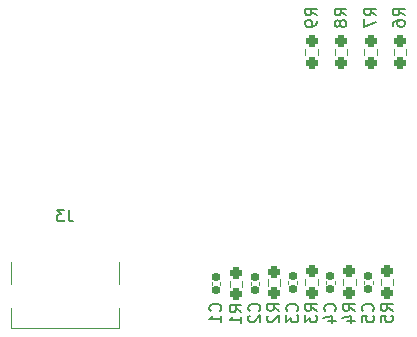
<source format=gbr>
%TF.GenerationSoftware,KiCad,Pcbnew,7.0.5*%
%TF.CreationDate,2023-07-02T21:33:01+09:00*%
%TF.ProjectId,robotrace_v2_Extended_UI,726f626f-7472-4616-9365-5f76325f4578,rev?*%
%TF.SameCoordinates,Original*%
%TF.FileFunction,Legend,Bot*%
%TF.FilePolarity,Positive*%
%FSLAX46Y46*%
G04 Gerber Fmt 4.6, Leading zero omitted, Abs format (unit mm)*
G04 Created by KiCad (PCBNEW 7.0.5) date 2023-07-02 21:33:01*
%MOMM*%
%LPD*%
G01*
G04 APERTURE LIST*
G04 Aperture macros list*
%AMRoundRect*
0 Rectangle with rounded corners*
0 $1 Rounding radius*
0 $2 $3 $4 $5 $6 $7 $8 $9 X,Y pos of 4 corners*
0 Add a 4 corners polygon primitive as box body*
4,1,4,$2,$3,$4,$5,$6,$7,$8,$9,$2,$3,0*
0 Add four circle primitives for the rounded corners*
1,1,$1+$1,$2,$3*
1,1,$1+$1,$4,$5*
1,1,$1+$1,$6,$7*
1,1,$1+$1,$8,$9*
0 Add four rect primitives between the rounded corners*
20,1,$1+$1,$2,$3,$4,$5,0*
20,1,$1+$1,$4,$5,$6,$7,0*
20,1,$1+$1,$6,$7,$8,$9,0*
20,1,$1+$1,$8,$9,$2,$3,0*%
G04 Aperture macros list end*
%ADD10C,0.150000*%
%ADD11C,0.120000*%
%ADD12O,1.700000X1.700000*%
%ADD13R,1.700000X1.700000*%
%ADD14RoundRect,0.237500X0.237500X-0.250000X0.237500X0.250000X-0.237500X0.250000X-0.237500X-0.250000X0*%
%ADD15RoundRect,0.237500X-0.237500X0.250000X-0.237500X-0.250000X0.237500X-0.250000X0.237500X0.250000X0*%
%ADD16RoundRect,0.155000X-0.155000X0.212500X-0.155000X-0.212500X0.155000X-0.212500X0.155000X0.212500X0*%
%ADD17O,1.000000X2.100000*%
%ADD18O,1.000000X1.600000*%
%ADD19R,0.300000X1.150000*%
%ADD20C,0.650000*%
%ADD21O,1.000000X1.000000*%
%ADD22R,1.000000X1.000000*%
%ADD23C,1.524000*%
G04 APERTURE END LIST*
D10*
%TO.C,R1*%
X152754819Y-119525833D02*
X152278628Y-119192500D01*
X152754819Y-118954405D02*
X151754819Y-118954405D01*
X151754819Y-118954405D02*
X151754819Y-119335357D01*
X151754819Y-119335357D02*
X151802438Y-119430595D01*
X151802438Y-119430595D02*
X151850057Y-119478214D01*
X151850057Y-119478214D02*
X151945295Y-119525833D01*
X151945295Y-119525833D02*
X152088152Y-119525833D01*
X152088152Y-119525833D02*
X152183390Y-119478214D01*
X152183390Y-119478214D02*
X152231009Y-119430595D01*
X152231009Y-119430595D02*
X152278628Y-119335357D01*
X152278628Y-119335357D02*
X152278628Y-118954405D01*
X152754819Y-120478214D02*
X152754819Y-119906786D01*
X152754819Y-120192500D02*
X151754819Y-120192500D01*
X151754819Y-120192500D02*
X151897676Y-120097262D01*
X151897676Y-120097262D02*
X151992914Y-120002024D01*
X151992914Y-120002024D02*
X152040533Y-119906786D01*
%TO.C,R9*%
X159154819Y-94400833D02*
X158678628Y-94067500D01*
X159154819Y-93829405D02*
X158154819Y-93829405D01*
X158154819Y-93829405D02*
X158154819Y-94210357D01*
X158154819Y-94210357D02*
X158202438Y-94305595D01*
X158202438Y-94305595D02*
X158250057Y-94353214D01*
X158250057Y-94353214D02*
X158345295Y-94400833D01*
X158345295Y-94400833D02*
X158488152Y-94400833D01*
X158488152Y-94400833D02*
X158583390Y-94353214D01*
X158583390Y-94353214D02*
X158631009Y-94305595D01*
X158631009Y-94305595D02*
X158678628Y-94210357D01*
X158678628Y-94210357D02*
X158678628Y-93829405D01*
X159154819Y-94877024D02*
X159154819Y-95067500D01*
X159154819Y-95067500D02*
X159107200Y-95162738D01*
X159107200Y-95162738D02*
X159059580Y-95210357D01*
X159059580Y-95210357D02*
X158916723Y-95305595D01*
X158916723Y-95305595D02*
X158726247Y-95353214D01*
X158726247Y-95353214D02*
X158345295Y-95353214D01*
X158345295Y-95353214D02*
X158250057Y-95305595D01*
X158250057Y-95305595D02*
X158202438Y-95257976D01*
X158202438Y-95257976D02*
X158154819Y-95162738D01*
X158154819Y-95162738D02*
X158154819Y-94972262D01*
X158154819Y-94972262D02*
X158202438Y-94877024D01*
X158202438Y-94877024D02*
X158250057Y-94829405D01*
X158250057Y-94829405D02*
X158345295Y-94781786D01*
X158345295Y-94781786D02*
X158583390Y-94781786D01*
X158583390Y-94781786D02*
X158678628Y-94829405D01*
X158678628Y-94829405D02*
X158726247Y-94877024D01*
X158726247Y-94877024D02*
X158773866Y-94972262D01*
X158773866Y-94972262D02*
X158773866Y-95162738D01*
X158773866Y-95162738D02*
X158726247Y-95257976D01*
X158726247Y-95257976D02*
X158678628Y-95305595D01*
X158678628Y-95305595D02*
X158583390Y-95353214D01*
%TO.C,R3*%
X159154819Y-119425833D02*
X158678628Y-119092500D01*
X159154819Y-118854405D02*
X158154819Y-118854405D01*
X158154819Y-118854405D02*
X158154819Y-119235357D01*
X158154819Y-119235357D02*
X158202438Y-119330595D01*
X158202438Y-119330595D02*
X158250057Y-119378214D01*
X158250057Y-119378214D02*
X158345295Y-119425833D01*
X158345295Y-119425833D02*
X158488152Y-119425833D01*
X158488152Y-119425833D02*
X158583390Y-119378214D01*
X158583390Y-119378214D02*
X158631009Y-119330595D01*
X158631009Y-119330595D02*
X158678628Y-119235357D01*
X158678628Y-119235357D02*
X158678628Y-118854405D01*
X158154819Y-119759167D02*
X158154819Y-120378214D01*
X158154819Y-120378214D02*
X158535771Y-120044881D01*
X158535771Y-120044881D02*
X158535771Y-120187738D01*
X158535771Y-120187738D02*
X158583390Y-120282976D01*
X158583390Y-120282976D02*
X158631009Y-120330595D01*
X158631009Y-120330595D02*
X158726247Y-120378214D01*
X158726247Y-120378214D02*
X158964342Y-120378214D01*
X158964342Y-120378214D02*
X159059580Y-120330595D01*
X159059580Y-120330595D02*
X159107200Y-120282976D01*
X159107200Y-120282976D02*
X159154819Y-120187738D01*
X159154819Y-120187738D02*
X159154819Y-119902024D01*
X159154819Y-119902024D02*
X159107200Y-119806786D01*
X159107200Y-119806786D02*
X159059580Y-119759167D01*
%TO.C,R5*%
X165554819Y-119425833D02*
X165078628Y-119092500D01*
X165554819Y-118854405D02*
X164554819Y-118854405D01*
X164554819Y-118854405D02*
X164554819Y-119235357D01*
X164554819Y-119235357D02*
X164602438Y-119330595D01*
X164602438Y-119330595D02*
X164650057Y-119378214D01*
X164650057Y-119378214D02*
X164745295Y-119425833D01*
X164745295Y-119425833D02*
X164888152Y-119425833D01*
X164888152Y-119425833D02*
X164983390Y-119378214D01*
X164983390Y-119378214D02*
X165031009Y-119330595D01*
X165031009Y-119330595D02*
X165078628Y-119235357D01*
X165078628Y-119235357D02*
X165078628Y-118854405D01*
X164554819Y-120330595D02*
X164554819Y-119854405D01*
X164554819Y-119854405D02*
X165031009Y-119806786D01*
X165031009Y-119806786D02*
X164983390Y-119854405D01*
X164983390Y-119854405D02*
X164935771Y-119949643D01*
X164935771Y-119949643D02*
X164935771Y-120187738D01*
X164935771Y-120187738D02*
X164983390Y-120282976D01*
X164983390Y-120282976D02*
X165031009Y-120330595D01*
X165031009Y-120330595D02*
X165126247Y-120378214D01*
X165126247Y-120378214D02*
X165364342Y-120378214D01*
X165364342Y-120378214D02*
X165459580Y-120330595D01*
X165459580Y-120330595D02*
X165507200Y-120282976D01*
X165507200Y-120282976D02*
X165554819Y-120187738D01*
X165554819Y-120187738D02*
X165554819Y-119949643D01*
X165554819Y-119949643D02*
X165507200Y-119854405D01*
X165507200Y-119854405D02*
X165459580Y-119806786D01*
%TO.C,R8*%
X161654819Y-94400833D02*
X161178628Y-94067500D01*
X161654819Y-93829405D02*
X160654819Y-93829405D01*
X160654819Y-93829405D02*
X160654819Y-94210357D01*
X160654819Y-94210357D02*
X160702438Y-94305595D01*
X160702438Y-94305595D02*
X160750057Y-94353214D01*
X160750057Y-94353214D02*
X160845295Y-94400833D01*
X160845295Y-94400833D02*
X160988152Y-94400833D01*
X160988152Y-94400833D02*
X161083390Y-94353214D01*
X161083390Y-94353214D02*
X161131009Y-94305595D01*
X161131009Y-94305595D02*
X161178628Y-94210357D01*
X161178628Y-94210357D02*
X161178628Y-93829405D01*
X161083390Y-94972262D02*
X161035771Y-94877024D01*
X161035771Y-94877024D02*
X160988152Y-94829405D01*
X160988152Y-94829405D02*
X160892914Y-94781786D01*
X160892914Y-94781786D02*
X160845295Y-94781786D01*
X160845295Y-94781786D02*
X160750057Y-94829405D01*
X160750057Y-94829405D02*
X160702438Y-94877024D01*
X160702438Y-94877024D02*
X160654819Y-94972262D01*
X160654819Y-94972262D02*
X160654819Y-95162738D01*
X160654819Y-95162738D02*
X160702438Y-95257976D01*
X160702438Y-95257976D02*
X160750057Y-95305595D01*
X160750057Y-95305595D02*
X160845295Y-95353214D01*
X160845295Y-95353214D02*
X160892914Y-95353214D01*
X160892914Y-95353214D02*
X160988152Y-95305595D01*
X160988152Y-95305595D02*
X161035771Y-95257976D01*
X161035771Y-95257976D02*
X161083390Y-95162738D01*
X161083390Y-95162738D02*
X161083390Y-94972262D01*
X161083390Y-94972262D02*
X161131009Y-94877024D01*
X161131009Y-94877024D02*
X161178628Y-94829405D01*
X161178628Y-94829405D02*
X161273866Y-94781786D01*
X161273866Y-94781786D02*
X161464342Y-94781786D01*
X161464342Y-94781786D02*
X161559580Y-94829405D01*
X161559580Y-94829405D02*
X161607200Y-94877024D01*
X161607200Y-94877024D02*
X161654819Y-94972262D01*
X161654819Y-94972262D02*
X161654819Y-95162738D01*
X161654819Y-95162738D02*
X161607200Y-95257976D01*
X161607200Y-95257976D02*
X161559580Y-95305595D01*
X161559580Y-95305595D02*
X161464342Y-95353214D01*
X161464342Y-95353214D02*
X161273866Y-95353214D01*
X161273866Y-95353214D02*
X161178628Y-95305595D01*
X161178628Y-95305595D02*
X161131009Y-95257976D01*
X161131009Y-95257976D02*
X161083390Y-95162738D01*
%TO.C,C3*%
X157459580Y-119425833D02*
X157507200Y-119378214D01*
X157507200Y-119378214D02*
X157554819Y-119235357D01*
X157554819Y-119235357D02*
X157554819Y-119140119D01*
X157554819Y-119140119D02*
X157507200Y-118997262D01*
X157507200Y-118997262D02*
X157411961Y-118902024D01*
X157411961Y-118902024D02*
X157316723Y-118854405D01*
X157316723Y-118854405D02*
X157126247Y-118806786D01*
X157126247Y-118806786D02*
X156983390Y-118806786D01*
X156983390Y-118806786D02*
X156792914Y-118854405D01*
X156792914Y-118854405D02*
X156697676Y-118902024D01*
X156697676Y-118902024D02*
X156602438Y-118997262D01*
X156602438Y-118997262D02*
X156554819Y-119140119D01*
X156554819Y-119140119D02*
X156554819Y-119235357D01*
X156554819Y-119235357D02*
X156602438Y-119378214D01*
X156602438Y-119378214D02*
X156650057Y-119425833D01*
X156554819Y-119759167D02*
X156554819Y-120378214D01*
X156554819Y-120378214D02*
X156935771Y-120044881D01*
X156935771Y-120044881D02*
X156935771Y-120187738D01*
X156935771Y-120187738D02*
X156983390Y-120282976D01*
X156983390Y-120282976D02*
X157031009Y-120330595D01*
X157031009Y-120330595D02*
X157126247Y-120378214D01*
X157126247Y-120378214D02*
X157364342Y-120378214D01*
X157364342Y-120378214D02*
X157459580Y-120330595D01*
X157459580Y-120330595D02*
X157507200Y-120282976D01*
X157507200Y-120282976D02*
X157554819Y-120187738D01*
X157554819Y-120187738D02*
X157554819Y-119902024D01*
X157554819Y-119902024D02*
X157507200Y-119806786D01*
X157507200Y-119806786D02*
X157459580Y-119759167D01*
%TO.C,J3*%
X138133333Y-110839819D02*
X138133333Y-111554104D01*
X138133333Y-111554104D02*
X138180952Y-111696961D01*
X138180952Y-111696961D02*
X138276190Y-111792200D01*
X138276190Y-111792200D02*
X138419047Y-111839819D01*
X138419047Y-111839819D02*
X138514285Y-111839819D01*
X137752380Y-110839819D02*
X137133333Y-110839819D01*
X137133333Y-110839819D02*
X137466666Y-111220771D01*
X137466666Y-111220771D02*
X137323809Y-111220771D01*
X137323809Y-111220771D02*
X137228571Y-111268390D01*
X137228571Y-111268390D02*
X137180952Y-111316009D01*
X137180952Y-111316009D02*
X137133333Y-111411247D01*
X137133333Y-111411247D02*
X137133333Y-111649342D01*
X137133333Y-111649342D02*
X137180952Y-111744580D01*
X137180952Y-111744580D02*
X137228571Y-111792200D01*
X137228571Y-111792200D02*
X137323809Y-111839819D01*
X137323809Y-111839819D02*
X137609523Y-111839819D01*
X137609523Y-111839819D02*
X137704761Y-111792200D01*
X137704761Y-111792200D02*
X137752380Y-111744580D01*
%TO.C,R7*%
X164174819Y-94400833D02*
X163698628Y-94067500D01*
X164174819Y-93829405D02*
X163174819Y-93829405D01*
X163174819Y-93829405D02*
X163174819Y-94210357D01*
X163174819Y-94210357D02*
X163222438Y-94305595D01*
X163222438Y-94305595D02*
X163270057Y-94353214D01*
X163270057Y-94353214D02*
X163365295Y-94400833D01*
X163365295Y-94400833D02*
X163508152Y-94400833D01*
X163508152Y-94400833D02*
X163603390Y-94353214D01*
X163603390Y-94353214D02*
X163651009Y-94305595D01*
X163651009Y-94305595D02*
X163698628Y-94210357D01*
X163698628Y-94210357D02*
X163698628Y-93829405D01*
X163174819Y-94734167D02*
X163174819Y-95400833D01*
X163174819Y-95400833D02*
X164174819Y-94972262D01*
%TO.C,C2*%
X154259580Y-119425833D02*
X154307200Y-119378214D01*
X154307200Y-119378214D02*
X154354819Y-119235357D01*
X154354819Y-119235357D02*
X154354819Y-119140119D01*
X154354819Y-119140119D02*
X154307200Y-118997262D01*
X154307200Y-118997262D02*
X154211961Y-118902024D01*
X154211961Y-118902024D02*
X154116723Y-118854405D01*
X154116723Y-118854405D02*
X153926247Y-118806786D01*
X153926247Y-118806786D02*
X153783390Y-118806786D01*
X153783390Y-118806786D02*
X153592914Y-118854405D01*
X153592914Y-118854405D02*
X153497676Y-118902024D01*
X153497676Y-118902024D02*
X153402438Y-118997262D01*
X153402438Y-118997262D02*
X153354819Y-119140119D01*
X153354819Y-119140119D02*
X153354819Y-119235357D01*
X153354819Y-119235357D02*
X153402438Y-119378214D01*
X153402438Y-119378214D02*
X153450057Y-119425833D01*
X153450057Y-119806786D02*
X153402438Y-119854405D01*
X153402438Y-119854405D02*
X153354819Y-119949643D01*
X153354819Y-119949643D02*
X153354819Y-120187738D01*
X153354819Y-120187738D02*
X153402438Y-120282976D01*
X153402438Y-120282976D02*
X153450057Y-120330595D01*
X153450057Y-120330595D02*
X153545295Y-120378214D01*
X153545295Y-120378214D02*
X153640533Y-120378214D01*
X153640533Y-120378214D02*
X153783390Y-120330595D01*
X153783390Y-120330595D02*
X154354819Y-119759167D01*
X154354819Y-119759167D02*
X154354819Y-120378214D01*
%TO.C,R4*%
X162354819Y-119425833D02*
X161878628Y-119092500D01*
X162354819Y-118854405D02*
X161354819Y-118854405D01*
X161354819Y-118854405D02*
X161354819Y-119235357D01*
X161354819Y-119235357D02*
X161402438Y-119330595D01*
X161402438Y-119330595D02*
X161450057Y-119378214D01*
X161450057Y-119378214D02*
X161545295Y-119425833D01*
X161545295Y-119425833D02*
X161688152Y-119425833D01*
X161688152Y-119425833D02*
X161783390Y-119378214D01*
X161783390Y-119378214D02*
X161831009Y-119330595D01*
X161831009Y-119330595D02*
X161878628Y-119235357D01*
X161878628Y-119235357D02*
X161878628Y-118854405D01*
X161688152Y-120282976D02*
X162354819Y-120282976D01*
X161307200Y-120044881D02*
X162021485Y-119806786D01*
X162021485Y-119806786D02*
X162021485Y-120425833D01*
%TO.C,C1*%
X150959580Y-119425833D02*
X151007200Y-119378214D01*
X151007200Y-119378214D02*
X151054819Y-119235357D01*
X151054819Y-119235357D02*
X151054819Y-119140119D01*
X151054819Y-119140119D02*
X151007200Y-118997262D01*
X151007200Y-118997262D02*
X150911961Y-118902024D01*
X150911961Y-118902024D02*
X150816723Y-118854405D01*
X150816723Y-118854405D02*
X150626247Y-118806786D01*
X150626247Y-118806786D02*
X150483390Y-118806786D01*
X150483390Y-118806786D02*
X150292914Y-118854405D01*
X150292914Y-118854405D02*
X150197676Y-118902024D01*
X150197676Y-118902024D02*
X150102438Y-118997262D01*
X150102438Y-118997262D02*
X150054819Y-119140119D01*
X150054819Y-119140119D02*
X150054819Y-119235357D01*
X150054819Y-119235357D02*
X150102438Y-119378214D01*
X150102438Y-119378214D02*
X150150057Y-119425833D01*
X151054819Y-120378214D02*
X151054819Y-119806786D01*
X151054819Y-120092500D02*
X150054819Y-120092500D01*
X150054819Y-120092500D02*
X150197676Y-119997262D01*
X150197676Y-119997262D02*
X150292914Y-119902024D01*
X150292914Y-119902024D02*
X150340533Y-119806786D01*
%TO.C,R2*%
X155954819Y-119425833D02*
X155478628Y-119092500D01*
X155954819Y-118854405D02*
X154954819Y-118854405D01*
X154954819Y-118854405D02*
X154954819Y-119235357D01*
X154954819Y-119235357D02*
X155002438Y-119330595D01*
X155002438Y-119330595D02*
X155050057Y-119378214D01*
X155050057Y-119378214D02*
X155145295Y-119425833D01*
X155145295Y-119425833D02*
X155288152Y-119425833D01*
X155288152Y-119425833D02*
X155383390Y-119378214D01*
X155383390Y-119378214D02*
X155431009Y-119330595D01*
X155431009Y-119330595D02*
X155478628Y-119235357D01*
X155478628Y-119235357D02*
X155478628Y-118854405D01*
X155050057Y-119806786D02*
X155002438Y-119854405D01*
X155002438Y-119854405D02*
X154954819Y-119949643D01*
X154954819Y-119949643D02*
X154954819Y-120187738D01*
X154954819Y-120187738D02*
X155002438Y-120282976D01*
X155002438Y-120282976D02*
X155050057Y-120330595D01*
X155050057Y-120330595D02*
X155145295Y-120378214D01*
X155145295Y-120378214D02*
X155240533Y-120378214D01*
X155240533Y-120378214D02*
X155383390Y-120330595D01*
X155383390Y-120330595D02*
X155954819Y-119759167D01*
X155954819Y-119759167D02*
X155954819Y-120378214D01*
%TO.C,C5*%
X163859580Y-119425833D02*
X163907200Y-119378214D01*
X163907200Y-119378214D02*
X163954819Y-119235357D01*
X163954819Y-119235357D02*
X163954819Y-119140119D01*
X163954819Y-119140119D02*
X163907200Y-118997262D01*
X163907200Y-118997262D02*
X163811961Y-118902024D01*
X163811961Y-118902024D02*
X163716723Y-118854405D01*
X163716723Y-118854405D02*
X163526247Y-118806786D01*
X163526247Y-118806786D02*
X163383390Y-118806786D01*
X163383390Y-118806786D02*
X163192914Y-118854405D01*
X163192914Y-118854405D02*
X163097676Y-118902024D01*
X163097676Y-118902024D02*
X163002438Y-118997262D01*
X163002438Y-118997262D02*
X162954819Y-119140119D01*
X162954819Y-119140119D02*
X162954819Y-119235357D01*
X162954819Y-119235357D02*
X163002438Y-119378214D01*
X163002438Y-119378214D02*
X163050057Y-119425833D01*
X162954819Y-120330595D02*
X162954819Y-119854405D01*
X162954819Y-119854405D02*
X163431009Y-119806786D01*
X163431009Y-119806786D02*
X163383390Y-119854405D01*
X163383390Y-119854405D02*
X163335771Y-119949643D01*
X163335771Y-119949643D02*
X163335771Y-120187738D01*
X163335771Y-120187738D02*
X163383390Y-120282976D01*
X163383390Y-120282976D02*
X163431009Y-120330595D01*
X163431009Y-120330595D02*
X163526247Y-120378214D01*
X163526247Y-120378214D02*
X163764342Y-120378214D01*
X163764342Y-120378214D02*
X163859580Y-120330595D01*
X163859580Y-120330595D02*
X163907200Y-120282976D01*
X163907200Y-120282976D02*
X163954819Y-120187738D01*
X163954819Y-120187738D02*
X163954819Y-119949643D01*
X163954819Y-119949643D02*
X163907200Y-119854405D01*
X163907200Y-119854405D02*
X163859580Y-119806786D01*
%TO.C,R6*%
X166584819Y-94400833D02*
X166108628Y-94067500D01*
X166584819Y-93829405D02*
X165584819Y-93829405D01*
X165584819Y-93829405D02*
X165584819Y-94210357D01*
X165584819Y-94210357D02*
X165632438Y-94305595D01*
X165632438Y-94305595D02*
X165680057Y-94353214D01*
X165680057Y-94353214D02*
X165775295Y-94400833D01*
X165775295Y-94400833D02*
X165918152Y-94400833D01*
X165918152Y-94400833D02*
X166013390Y-94353214D01*
X166013390Y-94353214D02*
X166061009Y-94305595D01*
X166061009Y-94305595D02*
X166108628Y-94210357D01*
X166108628Y-94210357D02*
X166108628Y-93829405D01*
X165584819Y-95257976D02*
X165584819Y-95067500D01*
X165584819Y-95067500D02*
X165632438Y-94972262D01*
X165632438Y-94972262D02*
X165680057Y-94924643D01*
X165680057Y-94924643D02*
X165822914Y-94829405D01*
X165822914Y-94829405D02*
X166013390Y-94781786D01*
X166013390Y-94781786D02*
X166394342Y-94781786D01*
X166394342Y-94781786D02*
X166489580Y-94829405D01*
X166489580Y-94829405D02*
X166537200Y-94877024D01*
X166537200Y-94877024D02*
X166584819Y-94972262D01*
X166584819Y-94972262D02*
X166584819Y-95162738D01*
X166584819Y-95162738D02*
X166537200Y-95257976D01*
X166537200Y-95257976D02*
X166489580Y-95305595D01*
X166489580Y-95305595D02*
X166394342Y-95353214D01*
X166394342Y-95353214D02*
X166156247Y-95353214D01*
X166156247Y-95353214D02*
X166061009Y-95305595D01*
X166061009Y-95305595D02*
X166013390Y-95257976D01*
X166013390Y-95257976D02*
X165965771Y-95162738D01*
X165965771Y-95162738D02*
X165965771Y-94972262D01*
X165965771Y-94972262D02*
X166013390Y-94877024D01*
X166013390Y-94877024D02*
X166061009Y-94829405D01*
X166061009Y-94829405D02*
X166156247Y-94781786D01*
%TO.C,C4*%
X160659580Y-119425833D02*
X160707200Y-119378214D01*
X160707200Y-119378214D02*
X160754819Y-119235357D01*
X160754819Y-119235357D02*
X160754819Y-119140119D01*
X160754819Y-119140119D02*
X160707200Y-118997262D01*
X160707200Y-118997262D02*
X160611961Y-118902024D01*
X160611961Y-118902024D02*
X160516723Y-118854405D01*
X160516723Y-118854405D02*
X160326247Y-118806786D01*
X160326247Y-118806786D02*
X160183390Y-118806786D01*
X160183390Y-118806786D02*
X159992914Y-118854405D01*
X159992914Y-118854405D02*
X159897676Y-118902024D01*
X159897676Y-118902024D02*
X159802438Y-118997262D01*
X159802438Y-118997262D02*
X159754819Y-119140119D01*
X159754819Y-119140119D02*
X159754819Y-119235357D01*
X159754819Y-119235357D02*
X159802438Y-119378214D01*
X159802438Y-119378214D02*
X159850057Y-119425833D01*
X160088152Y-120282976D02*
X160754819Y-120282976D01*
X159707200Y-120044881D02*
X160421485Y-119806786D01*
X160421485Y-119806786D02*
X160421485Y-120425833D01*
D11*
%TO.C,R1*%
X151777500Y-117365613D02*
X151777500Y-116856165D01*
X152822500Y-117365613D02*
X152822500Y-116856165D01*
%TO.C,R9*%
X159222500Y-97225276D02*
X159222500Y-97734724D01*
X158177500Y-97225276D02*
X158177500Y-97734724D01*
%TO.C,R3*%
X158177500Y-117234724D02*
X158177500Y-116725276D01*
X159222500Y-117234724D02*
X159222500Y-116725276D01*
%TO.C,R5*%
X164577500Y-117234724D02*
X164577500Y-116725276D01*
X165622500Y-117234724D02*
X165622500Y-116725276D01*
%TO.C,R8*%
X161722500Y-97225276D02*
X161722500Y-97734724D01*
X160677500Y-97225276D02*
X160677500Y-97734724D01*
%TO.C,C3*%
X157460000Y-116895054D02*
X157460000Y-117126724D01*
X156740000Y-116895054D02*
X156740000Y-117126724D01*
%TO.C,J3*%
X133220000Y-117170000D02*
X133220000Y-115250000D01*
X133220000Y-119180000D02*
X133220000Y-120885000D01*
X133220000Y-120885000D02*
X142380000Y-120885000D01*
X142380000Y-115250000D02*
X142380000Y-117170000D01*
X142380000Y-120885000D02*
X142380000Y-119180000D01*
%TO.C,R7*%
X164222500Y-97225276D02*
X164222500Y-97734724D01*
X163177500Y-97225276D02*
X163177500Y-97734724D01*
%TO.C,C2*%
X154260000Y-116958443D02*
X154260000Y-117190113D01*
X153540000Y-116958443D02*
X153540000Y-117190113D01*
%TO.C,R4*%
X161377500Y-117234724D02*
X161377500Y-116725276D01*
X162422500Y-117234724D02*
X162422500Y-116725276D01*
%TO.C,C1*%
X150960000Y-116995054D02*
X150960000Y-117226724D01*
X150240000Y-116995054D02*
X150240000Y-117226724D01*
%TO.C,R2*%
X154977500Y-117265613D02*
X154977500Y-116756165D01*
X156022500Y-117265613D02*
X156022500Y-116756165D01*
%TO.C,C5*%
X163860000Y-116895054D02*
X163860000Y-117126724D01*
X163140000Y-116895054D02*
X163140000Y-117126724D01*
%TO.C,R6*%
X166722500Y-97225276D02*
X166722500Y-97734724D01*
X165677500Y-97225276D02*
X165677500Y-97734724D01*
%TO.C,C4*%
X160660000Y-116895054D02*
X160660000Y-117126724D01*
X159940000Y-116895054D02*
X159940000Y-117126724D01*
%TD*%
%LPC*%
D12*
%TO.C,J2*%
X148120000Y-93000000D03*
X145580000Y-93000000D03*
X143040000Y-93000000D03*
D13*
X140500000Y-93000000D03*
%TD*%
D14*
%TO.C,R1*%
X152300000Y-118023389D03*
X152300000Y-116198389D03*
%TD*%
D15*
%TO.C,R9*%
X158700000Y-96567500D03*
X158700000Y-98392500D03*
%TD*%
D14*
%TO.C,R3*%
X158700000Y-117892500D03*
X158700000Y-116067500D03*
%TD*%
%TO.C,R5*%
X165100000Y-117892500D03*
X165100000Y-116067500D03*
%TD*%
D15*
%TO.C,R8*%
X161200000Y-96567500D03*
X161200000Y-98392500D03*
%TD*%
D16*
%TO.C,C3*%
X157100000Y-116443389D03*
X157100000Y-117578389D03*
%TD*%
D17*
%TO.C,J3*%
X133480000Y-113995000D03*
D18*
X133480000Y-118175000D03*
D17*
X142120000Y-113995000D03*
D18*
X142120000Y-118175000D03*
D19*
X140850000Y-113430000D03*
X140050000Y-113430000D03*
X139550000Y-113430000D03*
X138550000Y-113430000D03*
X137050000Y-113430000D03*
X136050000Y-113430000D03*
X135550000Y-113430000D03*
X134750000Y-113430000D03*
X134450000Y-113430000D03*
X135250000Y-113430000D03*
X136550000Y-113430000D03*
X137550000Y-113430000D03*
X138050000Y-113430000D03*
X139050000Y-113430000D03*
X140350000Y-113430000D03*
X141150000Y-113430000D03*
D20*
X134910000Y-114495000D03*
X140690000Y-114495000D03*
%TD*%
D15*
%TO.C,R7*%
X163700000Y-96567500D03*
X163700000Y-98392500D03*
%TD*%
D16*
%TO.C,C2*%
X153900000Y-116506778D03*
X153900000Y-117641778D03*
%TD*%
D14*
%TO.C,R4*%
X161900000Y-117892500D03*
X161900000Y-116067500D03*
%TD*%
D21*
%TO.C,J4*%
X141600000Y-104050000D03*
X141600000Y-105320000D03*
X141600000Y-106590000D03*
X141600000Y-107860000D03*
X141600000Y-109130000D03*
D22*
X141600000Y-110400000D03*
%TD*%
D16*
%TO.C,C1*%
X150600000Y-116543389D03*
X150600000Y-117678389D03*
%TD*%
D14*
%TO.C,R2*%
X155500000Y-117923389D03*
X155500000Y-116098389D03*
%TD*%
D16*
%TO.C,C5*%
X163500000Y-116443389D03*
X163500000Y-117578389D03*
%TD*%
D15*
%TO.C,R6*%
X166200000Y-96567500D03*
X166200000Y-98392500D03*
%TD*%
D16*
%TO.C,C4*%
X160300000Y-116443389D03*
X160300000Y-117578389D03*
%TD*%
D23*
%TO.C,SW2*%
X166240000Y-100192500D03*
X163700000Y-100192500D03*
X161160000Y-100192500D03*
X158620000Y-100192500D03*
X163700000Y-92572500D03*
%TD*%
%LPD*%
M02*

</source>
